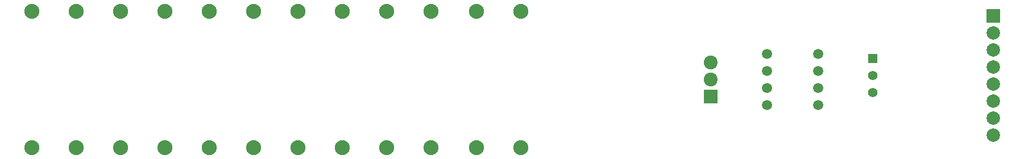
<source format=gts>
G04*
G04 #@! TF.GenerationSoftware,Altium Limited,Altium Designer,21.2.2 (38)*
G04*
G04 Layer_Color=8388736*
%FSLAX25Y25*%
%MOIN*%
G70*
G04*
G04 #@! TF.SameCoordinates,DF2CB07D-5BEF-4587-B490-EA5FA00302EE*
G04*
G04*
G04 #@! TF.FilePolarity,Negative*
G04*
G01*
G75*
%ADD15C,0.07887*%
%ADD16R,0.07887X0.07887*%
%ADD17R,0.08123X0.08123*%
%ADD18C,0.08123*%
%ADD19C,0.05918*%
%ADD20R,0.05524X0.05524*%
%ADD21C,0.05524*%
%ADD22C,0.08800*%
D15*
X581500Y121000D02*
D03*
Y131000D02*
D03*
Y101000D02*
D03*
Y111000D02*
D03*
Y91000D02*
D03*
Y71000D02*
D03*
Y81000D02*
D03*
D16*
Y141000D02*
D03*
D17*
X416000Y93500D02*
D03*
D18*
Y103500D02*
D03*
Y113500D02*
D03*
D19*
X449000Y118500D02*
D03*
Y108500D02*
D03*
X479000D02*
D03*
Y118500D02*
D03*
X449000Y98500D02*
D03*
Y88500D02*
D03*
X479000Y98500D02*
D03*
Y88500D02*
D03*
D20*
X511000Y116000D02*
D03*
D21*
Y106000D02*
D03*
Y96000D02*
D03*
D22*
X304500Y143500D02*
D03*
Y63500D02*
D03*
X278500Y143500D02*
D03*
Y63500D02*
D03*
X252000Y143500D02*
D03*
Y63500D02*
D03*
X226000Y143500D02*
D03*
Y63500D02*
D03*
X200000Y143500D02*
D03*
Y63500D02*
D03*
X174000Y143500D02*
D03*
Y63500D02*
D03*
X148000Y143500D02*
D03*
Y63500D02*
D03*
X122000Y143500D02*
D03*
Y63500D02*
D03*
X96000Y143500D02*
D03*
Y63500D02*
D03*
X70000Y143500D02*
D03*
Y63500D02*
D03*
X44000Y143500D02*
D03*
Y63500D02*
D03*
X18000Y143500D02*
D03*
Y63500D02*
D03*
M02*

</source>
